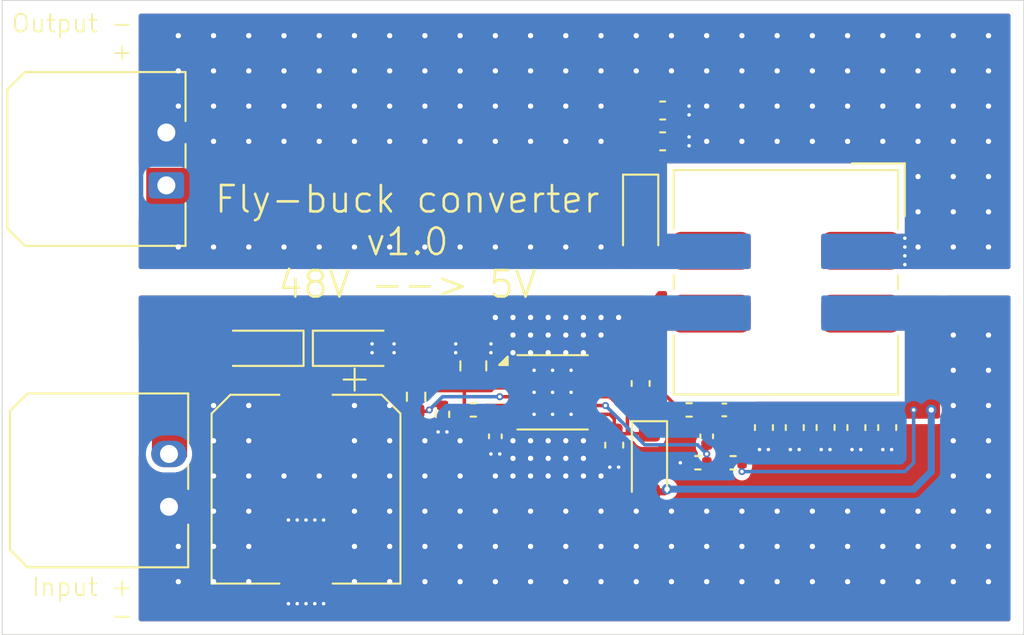
<source format=kicad_pcb>
(kicad_pcb (version 20240108) (generator "pcbnew") (generator_version "8.0")
  (title_block (title "Fly-buck converter") (date "2024-07-21") (rev "v1.0") (comment 1 "48V --> 5V"))
  (layers (0 "F.Cu" signal "layer1.Cu") (31 "B.Cu" signal "layer2.Cu") (34 "B.Paste" user) (35 "F.Paste" user) (36 "B.SilkS" user "B.Silkscreen") (37 "F.SilkS" user "F.Silkscreen") (38 "B.Mask" user) (39 "F.Mask" user) (44 "Edge.Cuts" user))
  (net 0 "")
  (net 1 "GND1")
  (net 2 "+5_1V")
  (net 3 "-BATT")
  (net 4 "Net-(D3-K)")
  (net 5 "+5V")
  (net 6 "Net-(C12-Pad1)")
  (net 7 "Net-(U1-FB)")
  (net 8 "Net-(U1-BST)")
  (net 9 "Net-(U1-SS)")
  (net 10 "Net-(D4-K)")
  (net 11 "Net-(D1-A)")
  (net 12 "+BATT")
  (net 13 "Net-(U1-RON)")
  (net 14 "Net-(U1-EN{slash}UVLO)")
  (net 15 "Net-(C14-Pad2)")
  (footprint "Capacitor_SMD:C_0402_1005Metric" (layer "F.Cu") (at 123 74.75 -90)
    (property "Reference" "C13" (hide yes))
    (property "Value" "15nF, 10V, 0402" (hide yes))
    (pad "1" smd roundrect (at -0.48 0 270) (size 0.56 0.62) (layers "F.Cu" "F.Paste" "F.Mask") (net 6 "Net-(C12-Pad1)"))
    (pad "2" smd roundrect (at 0.48 0 270) (size 0.56 0.62) (layers "F.Cu" "F.Paste" "F.Mask") (net 7 "Net-(U1-FB)"))
  )
  (footprint "Resistor_SMD:R_0402_1005Metric" (layer "F.Cu") (at 124.5 76.25 180)
    (property "Reference" "R1" (hide yes))
    (property "Value" "2.26K, 0.0625W, 0402" (hide yes))
    (pad "1" smd roundrect (at -0.51 0 180) (size 0.54 0.64) (layers "F.Cu" "F.Paste" "F.Mask") (net 5 "+5V"))
    (pad "2" smd roundrect (at 0.51 0 180) (size 0.54 0.64) (layers "F.Cu" "F.Paste" "F.Mask") (net 7 "Net-(U1-FB)"))
  )
  (footprint "Resistor_SMD:R_0603_1608Metric" (layer "F.Cu") (at 106.5 72.5 -90)
    (property "Reference" "R5" (hide yes))
    (property "Value" "133K, 0.100W, 0603" (hide yes))
    (pad "1" smd roundrect (at -0.825 0 270) (size 0.8 0.95) (layers "F.Cu" "F.Paste" "F.Mask") (net 10 "Net-(D4-K)"))
    (pad "2" smd roundrect (at 0.825 0 270) (size 0.8 0.95) (layers "F.Cu" "F.Paste" "F.Mask") (net 14 "Net-(U1-EN{slash}UVLO)"))
  )
  (footprint "Capacitor_SMD:C_0603_1608Metric" (layer "F.Cu") (at 126.25 74.25 -90)
    (property "Reference" "C10" (hide yes))
    (property "Value" "10uF, 25V, 0603" (hide yes))
    (pad "1" smd roundrect (at -0.775 0 270) (size 0.9 0.95) (layers "F.Cu" "F.Paste" "F.Mask") (net 5 "+5V"))
    (pad "2" smd roundrect (at 0.775 0 270) (size 0.9 0.95) (layers "F.Cu" "F.Paste" "F.Mask") (net 3 "-BATT"))
  )
  (footprint "Connector_Molex:Molex_Micro-Fit_3.0_43650-0200_1x02_P3.00mm_Horizontal" (layer "F.Cu") (at 92.47 78.75 90)
    (property "Reference" "J1" (hide yes))
    (property "Value" "Conn_01x02_Socket" (hide yes))
    (pad "" np_thru_hole circle (at 1.5 -4.32 90) (size 3 3) (drill 3) (layers "*.Cu" "*.Mask"))
    (pad "1" thru_hole roundrect (at 0 0 90) (size 1.5 2.02) (drill 1.02) (layers "*.Cu" "*.Mask") (roundrect_rratio 0.166667) (net 3 "-BATT"))
    (pad "2" thru_hole oval (at 3 0 90) (size 1.5 2.02) (drill 1.02) (layers "*.Cu" "*.Mask") (net 12 "+BATT"))
  )
  (footprint "Capacitor_SMD:C_0402_1005Metric" (layer "F.Cu") (at 124 73.25)
    (property "Reference" "C12" (hide yes))
    (property "Value" "3.9nF, 10V, 0402" (hide yes))
    (pad "1" smd roundrect (at -0.48 0) (size 0.56 0.62) (layers "F.Cu" "F.Paste" "F.Mask") (net 6 "Net-(C12-Pad1)"))
    (pad "2" smd roundrect (at 0.48 0) (size 0.56 0.62) (layers "F.Cu" "F.Paste" "F.Mask") (net 5 "+5V"))
  )
  (footprint "Capacitor_SMD:C_0603_1608Metric" (layer "F.Cu") (at 120.5 58)
    (property "Reference" "C2" (hide yes))
    (property "Value" "10uF, 25V, 0603" (hide yes))
    (pad "1" smd roundrect (at -0.775 0) (size 0.9 0.95) (layers "F.Cu" "F.Paste" "F.Mask") (net 2 "+5_1V"))
    (pad "2" smd roundrect (at 0.775 0) (size 0.9 0.95) (layers "F.Cu" "F.Paste" "F.Mask") (net 1 "GND1"))
  )
  (footprint "Resistor_SMD:R_0402_1005Metric" (layer "F.Cu") (at 122 73.25)
    (property "Reference" "R3" (hide yes))
    (property "Value" "75K, 0.0625W, 0402" (hide yes))
    (pad "1" smd roundrect (at -0.51 0) (size 0.54 0.64) (layers "F.Cu" "F.Paste" "F.Mask") (net 15 "Net-(C14-Pad2)"))
    (pad "2" smd roundrect (at 0.51 0) (size 0.54 0.64) (layers "F.Cu" "F.Paste" "F.Mask") (net 6 "Net-(C12-Pad1)"))
  )
  (footprint "Capacitor_SMD:C_0805_2012Metric" (layer "F.Cu") (at 109.75 70.75 90)
    (property "Reference" "C16" (hide yes))
    (property "Value" "1uF, 80V, 0805" (hide yes))
    (pad "1" smd roundrect (at -0.95 0 90) (size 1 1.45) (layers "F.Cu" "F.Paste" "F.Mask") (net 10 "Net-(D4-K)"))
    (pad "2" smd roundrect (at 0.95 0 90) (size 1 1.45) (layers "F.Cu" "F.Paste" "F.Mask") (net 3 "-BATT"))
  )
  (footprint "Capacitor_SMD:C_0603_1608Metric" (layer "F.Cu") (at 119.25 71.75 90)
    (property "Reference" "C14" (hide yes))
    (property "Value" "10nF, 25V, 0603" (hide yes))
    (pad "1" smd roundrect (at -0.775 0 90) (size 0.9 0.95) (layers "F.Cu" "F.Paste" "F.Mask") (net 8 "Net-(U1-BST)"))
    (pad "2" smd roundrect (at 0.775 0 90) (size 0.9 0.95) (layers "F.Cu" "F.Paste" "F.Mask") (net 15 "Net-(C14-Pad2)"))
  )
  (footprint "Package_SON:WSON-12-1EP_4x4mm_P0.5mm_EP2.6x3mm_ThermalVias" (layer "F.Cu") (at 114.25 72.25)
    (property "Reference" "U1" (hide yes))
    (property "Value" "LM5160" (hide yes))
    (pad "1" smd roundrect (at -1.9375 -1.25) (size 0.875 0.25) (layers "F.Cu" "F.Paste" "F.Mask") (net 3 "-BATT"))
    (pad "2" smd roundrect (at -1.9375 -0.75) (size 0.875 0.25) (layers "F.Cu" "F.Paste" "F.Mask") (net 3 "-BATT"))
    (pad "3" smd roundrect (at -1.9375 -0.25) (size 0.875 0.25) (layers "F.Cu" "F.Paste" "F.Mask") (net 10 "Net-(D4-K)"))
    (pad "4" smd roundrect (at -1.9375 0.25) (size 0.875 0.25) (layers "F.Cu" "F.Paste" "F.Mask") (net 14 "Net-(U1-EN{slash}UVLO)"))
    (pad "5" smd roundrect (at -1.9375 0.75) (size 0.875 0.25) (layers "F.Cu" "F.Paste" "F.Mask") (net 13 "Net-(U1-RON)"))
    (pad "6" smd roundrect (at -1.9375 1.25) (size 0.875 0.25) (layers "F.Cu" "F.Paste" "F.Mask") (net 9 "Net-(U1-SS)"))
    (pad "7" smd roundrect (at 1.9375 1.25) (size 0.875 0.25) (layers "F.Cu" "F.Paste" "F.Mask") (net 4 "Net-(D3-K)"))
    (pad "8" smd roundrect (at 1.9375 0.75) (size 0.875 0.25) (layers "F.Cu" "F.Paste" "F.Mask") (net 7 "Net-(U1-FB)"))
    (pad "9" smd roundrect (at 1.9375 0.25) (size 0.875 0.25) (layers "F.Cu" "F.Paste" "F.Mask") (net 4 "Net-(D3-K)"))
    (pad "10" smd roundrect (at 1.9375 -0.25) (size 0.875 0.25) (layers "F.Cu" "F.Paste" "F.Mask") (net 8 "Net-(U1-BST)"))
    (pad "11" smd roundrect (at 1.9375 -0.75) (size 0.875 0.25) (layers "F.Cu" "F.Paste" "F.Mask") (net 15 "Net-(C14-Pad2)"))
    (pad "12" smd roundrect (at 1.9375 -1.25) (size 0.875 0.25) (layers "F.Cu" "F.Paste" "F.Mask") (net 15 "Net-(C14-Pad2)"))
    (pad "13" thru_hole circle (at -1.05 -1.25) (size 0.5 0.5) (drill 0.2) (property pad_prop_heatsink) (layers "*.Cu") (net 3 "-BATT"))
    (pad "13" thru_hole circle (at -1.05 0) (size 0.5 0.5) (drill 0.2) (property pad_prop_heatsink) (layers "*.Cu") (net 3 "-BATT"))
    (pad "13" thru_hole circle (at -1.05 1.25) (size 0.5 0.5) (drill 0.2) (property pad_prop_heatsink) (layers "*.Cu") (net 3 "-BATT"))
    (pad "13" thru_hole circle (at 0 -1.25) (size 0.5 0.5) (drill 0.2) (property pad_prop_heatsink) (layers "*.Cu") (net 3 "-BATT"))
    (pad "13" thru_hole circle (at 0 0) (size 0.5 0.5) (drill 0.2) (property pad_prop_heatsink) (layers "*.Cu") (net 3 "-BATT"))
    (pad "13" smd rect (at 0 0) (size 2.6 3) (property pad_prop_heatsink) (layers "F.Cu" "F.Mask") (net 3 "-BATT"))
    (pad "13" smd rect (at 0 0) (size 2.6 3) (property pad_prop_heatsink) (layers "B.Cu") (net 3 "-BATT"))
    (pad "13" thru_hole circle (at 0 1.25) (size 0.5 0.5) (drill 0.2) (property pad_prop_heatsink) (layers "*.Cu") (net 3 "-BATT"))
    (pad "13" thru_hole circle (at 1.05 -1.25) (size 0.5 0.5) (drill 0.2) (property pad_prop_heatsink) (layers "*.Cu") (net 3 "-BATT"))
    (pad "13" thru_hole circle (at 1.05 0) (size 0.5 0.5) (drill 0.2) (property pad_prop_heatsink) (layers "*.Cu") (net 3 "-BATT"))
    (pad "13" thru_hole circle (at 1.05 1.25) (size 0.5 0.5) (drill 0.2) (property pad_prop_heatsink) (layers "*.Cu") (net 3 "-BATT"))
  )
  (footprint "Capacitor_SMD:C_0402_1005Metric" (layer "F.Cu") (at 111 74.75 -90)
    (property "Reference" "C15" (hide yes))
    (property "Value" "22nF, 10V, 0402" (hide yes))
    (pad "1" smd roundrect (at -0.48 0 270) (size 0.56 0.62) (layers "F.Cu" "F.Paste" "F.Mask") (net 9 "Net-(U1-SS)"))
    (pad "2" smd roundrect (at 0.48 0 270) (size 0.56 0.62) (layers "F.Cu" "F.Paste" "F.Mask") (net 3 "-BATT"))
  )
  (footprint "Diode_SMD:D_SOD-123" (layer "F.Cu") (at 119.25 62.25 -90)
    (property "Reference" "D1" (hide yes))
    (property "Value" "Vstandoff=60V, Vbreakdown=65V, Iforward=1A" (hide yes))
    (pad "1" smd roundrect (at -1.65 0 270) (size 0.9 1.2) (layers "F.Cu" "F.Paste" "F.Mask") (net 2 "+5_1V"))
    (pad "2" smd roundrect (at 1.65 0 270) (size 0.9 1.2) (layers "F.Cu" "F.Paste" "F.Mask") (net 11 "Net-(D1-A)"))
  )
  (footprint "Capacitor_SMD:C_0603_1608Metric" (layer "F.Cu") (at 131.5 74.25 -90)
    (property "Reference" "C7" (hide yes))
    (property "Value" "10uF, 25V, 0603" (hide yes))
    (pad "1" smd roundrect (at -0.775 0 270) (size 0.9 0.95) (layers "F.Cu" "F.Paste" "F.Mask") (net 5 "+5V"))
    (pad "2" smd roundrect (at 0.775 0 270) (size 0.9 0.95) (layers "F.Cu" "F.Paste" "F.Mask") (net 3 "-BATT"))
  )
  (footprint "Connector_Molex:Molex_Micro-Fit_3.0_43650-0200_1x02_P3.00mm_Horizontal" (layer "F.Cu") (at 92.32 60.5 90)
    (property "Reference" "J2" (hide yes))
    (property "Value" "Conn_01x02_Socket" (hide yes))
    (pad "" np_thru_hole circle (at 1.5 -4.32 90) (size 3 3) (drill 3) (layers "*.Cu" "*.Mask"))
    (pad "1" thru_hole roundrect (at 0 0 90) (size 1.5 2.02) (drill 1.02) (layers "*.Cu" "*.Mask") (roundrect_rratio 0.166667) (net 2 "+5_1V"))
    (pad "2" thru_hole oval (at 3 0 90) (size 1.5 2.02) (drill 1.02) (layers "*.Cu" "*.Mask") (net 1 "GND1"))
  )
  (footprint "Capacitor_SMD:C_0603_1608Metric" (layer "F.Cu") (at 117.75 75.25 -90)
    (property "Reference" "C5" (hide yes))
    (property "Value" "1uF, 25V, 0603" (hide yes))
    (pad "1" smd roundrect (at -0.775 0 270) (size 0.9 0.95) (layers "F.Cu" "F.Paste" "F.Mask") (net 4 "Net-(D3-K)"))
    (pad "2" smd roundrect (at 0.775 0 270) (size 0.9 0.95) (layers "F.Cu" "F.Paste" "F.Mask") (net 3 "-BATT"))
  )
  (footprint "Diode_SMD:D_SOD-123" (layer "F.Cu") (at 119.75 76.25 -90)
    (property "Reference" "D3" (hide yes))
    (property "Value" "Vstandoff=60V, Vbreakdown=65V, Iforward=0.1A" (hide yes))
    (pad "1" smd roundrect (at -1.65 0 270) (size 0.9 1.2) (layers "F.Cu" "F.Paste" "F.Mask") (net 4 "Net-(D3-K)"))
    (pad "2" smd roundrect (at 1.65 0 270) (size 0.9 1.2) (layers "F.Cu" "F.Paste" "F.Mask") (net 5 "+5V"))
  )
  (footprint "Capacitor_SMD:C_0603_1608Metric" (layer "F.Cu") (at 120.5 56.25)
    (property "Reference" "C1" (hide yes))
    (property "Value" "10uF, 25V, 0603" (hide yes))
    (pad "1" smd roundrect (at -0.775 0) (size 0.9 0.95) (layers "F.Cu" "F.Paste" "F.Mask") (net 2 "+5_1V"))
    (pad "2" smd roundrect (at 0.775 0) (size 0.9 0.95) (layers "F.Cu" "F.Paste" "F.Mask") (net 1 "GND1"))
  )
  (footprint "Capacitor_SMD:CP_Elec_10x10.5" (layer "F.Cu") (at 100.25 77.75 -90)
    (property "Reference" "C17" (hide yes))
    (property "Value" "22uF 75V" (hide yes))
    (pad "1" smd roundrect (at -4.2 0 270) (size 4.4 2.5) (layers "F.Cu" "F.Paste" "F.Mask") (roundrect_rratio 0.1) (net 10 "Net-(D4-K)"))
    (pad "2" smd roundrect (at 4.2 0 270) (size 4.4 2.5) (layers "F.Cu" "F.Paste" "F.Mask") (roundrect_rratio 0.1) (net 3 "-BATT"))
  )
  (footprint "Resistor_SMD:R_0402_1005Metric" (layer "F.Cu") (at 108 73.5 -90)
    (property "Reference" "R6" (hide yes))
    (property "Value" "12.1K, 0.100W, 0402" (hide yes))
    (pad "1" smd roundrect (at -0.51 0 270) (size 0.54 0.64) (layers "F.Cu" "F.Paste" "F.Mask") (net 14 "Net-(U1-EN{slash}UVLO)"))
    (pad "2" smd roundrect (at 0.51 0 270) (size 0.54 0.64) (layers "F.Cu" "F.Paste" "F.Mask") (net 3 "-BATT"))
  )
  (footprint "Capacitor_SMD:C_0603_1608Metric" (layer "F.Cu") (at 133.25 74.25 -90)
    (property "Reference" "C6" (hide yes))
    (property "Value" "10uF, 25V, 0603" (hide yes))
    (pad "1" smd roundrect (at -0.775 0 270) (size 0.9 0.95) (layers "F.Cu" "F.Paste" "F.Mask") (net 5 "+5V"))
    (pad "2" smd roundrect (at 0.775 0 270) (size 0.9 0.95) (layers "F.Cu" "F.Paste" "F.Mask") (net 3 "-BATT"))
  )
  (footprint "Diode_SMD:D_SOD-123" (layer "F.Cu") (at 97.75 69.75 180)
    (property "Reference" "D4" (hide yes))
    (property "Value" "Vstandoff=190V, Vbreakdown=200V, Iforward=1A" (hide yes))
    (pad "1" smd roundrect (at -1.65 0 180) (size 0.9 1.2) (layers "F.Cu" "F.Paste" "F.Mask") (net 10 "Net-(D4-K)"))
    (pad "2" smd roundrect (at 1.65 0 180) (size 0.9 1.2) (layers "F.Cu" "F.Paste" "F.Mask") (net 12 "+BATT"))
  )
  (footprint "Capacitor_SMD:C_0603_1608Metric" (layer "F.Cu") (at 128 74.25 -90)
    (property "Reference" "C9" (hide yes))
    (property "Value" "10uF, 25V, 0603" (hide yes))
    (pad "1" smd roundrect (at -0.775 0 270) (size 0.9 0.95) (layers "F.Cu" "F.Paste" "F.Mask") (net 5 "+5V"))
    (pad "2" smd roundrect (at 0.775 0 270) (size 0.9 0.95) (layers "F.Cu" "F.Paste" "F.Mask") (net 3 "-BATT"))
  )
  (footprint "Resistor_SMD:R_0402_1005Metric" (layer "F.Cu") (at 122.5 76.25 180)
    (property "Reference" "R2" (hide yes))
    (property "Value" "1.5K, 0.0625W, 0402" (hide yes))
    (pad "1" smd roundrect (at -0.51 0 180) (size 0.54 0.64) (layers "F.Cu" "F.Paste" "F.Mask") (net 7 "Net-(U1-FB)"))
    (pad "2" smd roundrect (at 0.51 0 180) (size 0.54 0.64) (layers "F.Cu" "F.Paste" "F.Mask") (net 3 "-BATT"))
  )
  (footprint "Capacitor_SMD:C_0603_1608Metric" (layer "F.Cu") (at 129.75 74.25 -90)
    (property "Reference" "C8" (hide yes))
    (property "Value" "10uF, 25V, 0603" (hide yes))
    (pad "1" smd roundrect (at -0.775 0 270) (size 0.9 0.95) (layers "F.Cu" "F.Paste" "F.Mask") (net 5 "+5V"))
    (pad "2" smd roundrect (at 0.775 0 270) (size 0.9 0.95) (layers "F.Cu" "F.Paste" "F.Mask") (net 3 "-BATT"))
  )
  (footprint "Inductor_SMD:L_Bourns_SRF1260" (layer "F.Cu") (at 127.5 66 -90)
    (property "Reference" "T1" (hide yes))
    (property "Value" "47uH, DCR=86mOhm" (hide yes))
    (pad "1" smd roundrect (at -1.785 4.25 90) (size 2.15 4.5) (layers "F.Cu" "F.Paste" "F.Mask") (net 11 "Net-(D1-A)"))
    (pad "2" smd roundrect (at 1.785 4.25 90) (size 2.15 4.5) (layers "F.Cu" "F.Paste" "F.Mask") (net 15 "Net-(C14-Pad2)"))
    (pad "3" smd roundrect (at -1.785 -4.25 90) (size 2.15 4.5) (layers "F.Cu" "F.Paste" "F.Mask") (net 1 "GND1"))
    (pad "4" smd roundrect (at 1.785 -4.25 90) (size 2.15 4.5) (layers "F.Cu" "F.Paste" "F.Mask") (net 5 "+5V"))
  )
  (footprint "Diode_SMD:D_SOD-123" (layer "F.Cu") (at 103 69.75)
    (property "Reference" "D5" (hide yes))
    (property "Value" "Vstandoff=60V, Vbreakdown=65V, Iforward=1A" (hide yes))
    (pad "1" smd roundrect (at -1.65 0) (size 0.9 1.2) (layers "F.Cu" "F.Paste" "F.Mask") (net 10 "Net-(D4-K)"))
    (pad "2" smd roundrect (at 1.65 0) (size 0.9 1.2) (layers "F.Cu" "F.Paste" "F.Mask") (net 3 "-BATT"))
  )
  (footprint "Resistor_SMD:R_0402_1005Metric" (layer "F.Cu") (at 109.75 73.25)
    (property "Reference" "R4" (hide yes))
    (property "Value" "205K, 0.100W, 0402" (hide yes))
    (pad "1" smd roundrect (at -0.51 0) (size 0.54 0.64) (layers "F.Cu" "F.Paste" "F.Mask") (net 10 "Net-(D4-K)"))
    (pad "2" smd roundrect (at 0.51 0) (size 0.54 0.64) (layers "F.Cu" "F.Paste" "F.Mask") (net 13 "Net-(U1-RON)"))
  )
  (gr_rect (start 83 50) (end 141 86) (stroke (width 0.05)) (fill none) (layer "Edge.Cuts"))
  (gr_text "Fly-buck converter\nv1.0\n48V --> 5V" (at 106 67 0) (layer "F.SilkS") (effects (font (size 1.5 1.5)) (justify bottom)))
  (gr_text "Output -\n+" (at 90.5 53.5 0) (layer "F.SilkS") (effects (font (size 1 1) (thickness 0.1)) (justify right bottom)))
  (gr_text "Input +\n-" (at 90.5 85.5 0) (layer "F.SilkS") (effects (font (size 1 1) (thickness 0.1)) (justify right bottom)))
  (via (at 97 64) (size 0.6) (drill 0.3) (layers "F.Cu" "B.Cu") (net 1))
  (via (at 109 58) (size 0.6) (drill 0.3) (layers "F.Cu" "B.Cu") (net 1))
  (via (at 111 58) (size 0.6) (drill 0.3) (layers "F.Cu" "B.Cu") (net 1))
  (via (at 103 52) (size 0.6) (drill 0.3) (layers "F.Cu" "B.Cu") (net 1))
  (via (at 137 60) (size 0.6) (drill 0.3) (layers "F.Cu" "B.Cu") (net 1))
  (via (at 139 64) (size 0.6) (drill 0.3) (layers "F.Cu" "B.Cu") (net 1))
  (via (at 139 54) (size 0.6) (drill 0.3) (layers "F.Cu" "B.Cu") (net 1))
  (via (at 122 56.5) (size 0.4) (drill 0.2) (layers "F.Cu" "B.Cu") (net 1))
  (via (at 103 58) (size 0.6) (drill 0.3) (layers "F.Cu" "B.Cu") (net 1))
  (via (at 111 54) (size 0.6) (drill 0.3) (layers "F.Cu" "B.Cu") (net 1))
  (via (at 135 64) (size 0.6) (drill 0.3) (layers "F.Cu" "B.Cu") (net 1))
  (via (at 133 52) (size 0.6) (drill 0.3) (layers "F.Cu" "B.Cu") (net 1))
  (via (at 122 57.75) (size 0.4) (drill 0.2) (layers "F.Cu" "B.Cu") (net 1))
  (via (at 99 54) (size 0.6) (drill 0.3) (layers "F.Cu" "B.Cu") (net 1))
  (via (at 115 64) (size 0.6) (drill 0.3) (layers "F.Cu" "B.Cu") (net 1))
  (via (at 117 56) (size 0.6) (drill 0.3) (layers "F.Cu" "B.Cu") (net 1))
  (via (at 131 52) (size 0.6) (drill 0.3) (layers "F.Cu" "B.Cu") (net 1))
  (via (at 105 54) (size 0.6) (drill 0.3) (layers "F.Cu" "B.Cu") (net 1))
  (via (at 121 52) (size 0.6) (drill 0.3) (layers "F.Cu" "B.Cu") (net 1))
  (via (at 101 56) (size 0.6) (drill 0.3) (layers "F.Cu" "B.Cu") (net 1))
  (via (at 117 54) (size 0.6) (drill 0.3) (layers "F.Cu" "B.Cu") (net 1))
  (via (at 97 56) (size 0.6) (drill 0.3) (layers "F.Cu" "B.Cu") (net 1))
  (via (at 115 58) (size 0.6) (drill 0.3) (layers "F.Cu" "B.Cu") (net 1))
  (via (at 97 52) (size 0.6) (drill 0.3) (layers "F.Cu" "B.Cu") (net 1))
  (via (at 135 52) (size 0.6) (drill 0.3) (layers "F.Cu" "B.Cu") (net 1))
  (via (at 107 58) (size 0.6) (drill 0.3) (layers "F.Cu" "B.Cu") (net 1))
  (via (at 105 58) (size 0.6) (drill 0.3) (layers "F.Cu" "B.Cu") (net 1))
  (via (at 111 56) (size 0.6) (drill 0.3) (layers "F.Cu" "B.Cu") (net 1))
  (via (at 95 54) (size 0.6) (drill 0.3) (layers "F.Cu" "B.Cu") (net 1))
  (via (at 117 64) (size 0.6) (drill 0.3) (layers "F.Cu" "B.Cu") (net 1))
  (via (at 129 56) (size 0.6) (drill 0.3) (layers "F.Cu" "B.Cu") (net 1))
  (via (at 99 64) (size 0.6) (drill 0.3) (layers "F.Cu" "B.Cu") (net 1))
  (via (at 93 56) (size 0.6) (drill 0.3) (layers "F.Cu" "B.Cu") (net 1))
  (via (at 97 54) (size 0.6) (drill 0.3) (layers "F.Cu" "B.Cu") (net 1))
  (via (at 131 56) (size 0.6) (drill 0.3) (layers "F.Cu" "B.Cu") (net 1))
  (via (at 125 52) (size 0.6) (drill 0.3) (layers "F.Cu" "B.Cu") (net 1))
  (via (at 125 54) (size 0.6) (drill 0.3) (layers "F.Cu" "B.Cu") (net 1))
  (via (at 105 52) (size 0.6) (drill 0.3) (layers "F.Cu" "B.Cu") (net 1))
  (via (at 122 58.25) (size 0.4) (drill 0.2) (layers "F.Cu" "B.Cu") (net 1))
  (via (at 127 58) (size 0.6) (drill 0.3) (layers "F.Cu" "B.Cu") (net 1))
  (via (at 93 64) (size 0.6) (drill 0.3) (layers "F.Cu" "B.Cu") (net 1))
  (via (at 109 64) (size 0.6) (drill 0.3) (layers "F.Cu" "B.Cu") (net 1))
  (via (at 101 52) (size 0.6) (drill 0.3) (layers "F.Cu" "B.Cu") (net 1))
  (via (at 109 54) (size 0.6) (drill 0.3) (layers "F.Cu" "B.Cu") (net 1))
  (via (at 134.25 64) (size 0.4) (drill 0.2) (layers "F.Cu" "B.Cu") (net 1))
  (via (at 93 52) (size 0.6) (drill 0.3) (layers "F.Cu" "B.Cu") (net 1))
  (via (at 129 52) (size 0.6) (drill 0.3) (layers "F.Cu" "B.Cu") (net 1))
  (via (at 137 56) (size 0.6) (drill 0.3) (layers "F.Cu" "B.Cu") (net 1))
  (via (at 131 58) (size 0.6) (drill 0.3) (layers "F.Cu" "B.Cu") (net 1))
  (via (at 123 54) (size 0.6) (drill 0.3) (layers "F.Cu" "B.Cu") (net 1))
  (via (at 95 58) (size 0.6) (drill 0.3) (layers "F.Cu" "B.Cu") (net 1))
  (via (at 137 54) (size 0.6) (drill 0.3) (layers "F.Cu" "B.Cu") (net 1))
  (via (at 127 54) (size 0.6) (drill 0.3) (layers "F.Cu" "B.Cu") (net 1))
  (via (at 95 52) (size 0.6) (drill 0.3) (layers "F.Cu" "B.Cu") (net 1))
  (via (at 123 56) (size 0.6) (drill 0.3) (layers "F.Cu" "B.Cu") (net 1))
  (via (at 113 54) (size 0.6) (drill 0.3) (layers "F.Cu" "B.Cu") (net 1))
  (via (at 111 52) (size 0.6) (drill 0.3) (layers "F.Cu" "B.Cu") (net 1))
  (via (at 133 54) (size 0.6) (drill 0.3) (layers "F.Cu" "B.Cu") (net 1))
  (via (at 101 64) (size 0.6) (drill 0.3) (layers "F.Cu" "B.Cu") (net 1))
  (via (at 103 56) (size 0.6) (drill 0.3) (layers "F.Cu" "B.Cu") (net 1))
  (via (at 131 54) (size 0.6) (drill 0.3) (layers "F.Cu" "B.Cu") (net 1))
  (via (at 119 54) (size 0.6) (drill 0.3) (layers "F.Cu" "B.Cu") (net 1))
  (via (at 135 60) (size 0.6) (drill 0.3) (layers "F.Cu" "B.Cu") (net 1))
  (via (at 103 64) (size 0.6) (drill 0.3) (layers "F.Cu" "B.Cu") (net 1))
  (via (at 107 64) (size 0.6) (drill 0.3) (layers "F.Cu" "B.Cu") (net 1))
  (via (at 115 56) (size 0.6) (drill 0.3) (layers "F.Cu" "B.Cu") (net 1))
  (via (at 101 58) (size 0.6) (drill 0.3) (layers "F.Cu" "B.Cu") (net 1))
  (via (at 97 58) (size 0.6) (drill 0.3) (layers "F.Cu" "B.Cu") (net 1))
  (via (at 139 52) (size 0.6) (drill 0.3) (layers "F.Cu" "B.Cu") (net 1))
  (via (at 123 58) (size 0.6) (drill 0.3) (layers "F.Cu" "B.Cu") (net 1))
  (via (at 139 62) (size 0.6) (drill 0.3) (layers "F.Cu" "B.Cu") (net 1))
  (via (at 125 56) (size 0.6) (drill 0.3) (layers "F.Cu" "B.Cu") (net 1))
  (via (at 115 52) (size 0.6) (drill 0.3) (layers "F.Cu" "B.Cu") (net 1))
  (via (at 107 56) (size 0.6) (drill 0.3) (layers "F.Cu" "B.Cu") (net 1))
  (via (at 127 52) (size 0.6) (drill 0.3) (layers "F.Cu" "B.Cu") (net 1))
  (via (at 95 64) (size 0.6) (drill 0.3) (layers "F.Cu" "B.Cu") (net 1))
  (via (at 135 58) (size 0.6) (drill 0.3) (layers "F.Cu" "B.Cu") (net 1))
  (via (at 117 58) (size 0.6) (drill 0.3) (layers "F.Cu" "B.Cu") (net 1))
  (via (at 107 54) (size 0.6) (drill 0.3) (layers "F.Cu" "B.Cu") (net 1))
  (via (at 137 52) (size 0.6) (drill 0.3) (layers "F.Cu" "B.Cu") (net 1))
  (via (at 139 60) (size 0.6) (drill 0.3) (layers "F.Cu" "B.Cu") (net 1))
  (via (at 135 56) (size 0.6) (drill 0.3) (layers "F.Cu" "B.Cu") (net 1))
  (via (at 139 56) (size 0.6) (drill 0.3) (layers "F.Cu" "B.Cu") (net 1))
  (via (at 99 56) (size 0.6) (drill 0.3) (layers "F.Cu" "B.Cu") (net 1))
  (via (at 113 64) (size 0.6) (drill 0.3) (layers "F.Cu" "B.Cu") (net 1))
  (via (at 123 52) (size 0.6) (drill 0.3) (layers "F.Cu" "B.Cu") (net 1))
  (via (at 137 64) (size 0.6) (drill 0.3) (layers "F.Cu" "B.Cu") (net 1))
  (via (at 113 58) (size 0.6) (drill 0.3) (layers "F.Cu" "B.Cu") (net 1))
  (via (at 137 62) (size 0.6) (drill 0.3) (layers "F.Cu" "B.Cu") (net 1))
  (via (at 115 54) (size 0.6) (drill 0.3) (layers "F.Cu" "B.Cu") (net 1))
  (via (at 134.25 64.5) (size 0.4) (drill 0.2) (layers "F.Cu" "B.Cu") (net 1))
  (via (at 95 56) (size 0.6) (drill 0.3) (layers "F.Cu" "B.Cu") (net 1))
  (via (at 93 54) (size 0.6) (drill 0.3) (layers "F.Cu" "B.Cu") (net 1))
  (via (at 101 54) (size 0.6) (drill 0.3) (layers "F.Cu" "B.Cu") (net 1))
  (via (at 111 64) (size 0.6) (drill 0.3) (layers "F.Cu" "B.Cu") (net 1))
  (via (at 99 58) (size 0.6) (drill 0.3) (layers "F.Cu" "B.Cu") (net 1))
  (via (at 119 52) (size 0.6) (drill 0.3) (layers "F.Cu" "B.Cu") (net 1))
  (via (at 109 56) (size 0.6) (drill 0.3) (layers "F.Cu" "B.Cu") (net 1))
  (via (at 127 56) (size 0.6) (drill 0.3) (layers "F.Cu" "B.Cu") (net 1))
  (via (at 107 52) (size 0.6) (drill 0.3) (layers "F.Cu" "B.Cu") (net 1))
  (via (at 133 58) (size 0.6) (drill 0.3) (layers "F.Cu" "B.Cu") (net 1))
  (via (at 105 56) (size 0.6) (drill 0.3) (layers "F.Cu" "B.Cu") (net 1))
  (via (at 122 56) (size 0.4) (drill 0.2) (layers "F.Cu" "B.Cu") (net 1))
  (via (at 134.25 65) (size 0.4) (drill 0.2) (layers "F.Cu" "B.Cu") (net 1))
  (via (at 125 58) (size 0.6) (drill 0.3) (layers "F.Cu" "B.Cu") (net 1))
  (via (at 117 52) (size 0.6) (drill 0.3) (layers "F.Cu" "B.Cu") (net 1))
  (via (at 113 56) (size 0.6) (drill 0.3) (layers "F.Cu" "B.Cu") (net 1))
  (via (at 121 54) (size 0.6) (drill 0.3) (layers "F.Cu" "B.Cu") (net 1))
  (via (at 135 54) (size 0.6) (drill 0.3) (layers "F.Cu" "B.Cu") (net 1))
  (via (at 109 52) (size 0.6) (drill 0.3) (layers "F.Cu" "B.Cu") (net 1))
  (via (at 113 52) (size 0.6) (drill 0.3) (layers "F.Cu" "B.Cu") (net 1))
  (via (at 135 62) (size 0.6) (drill 0.3) (layers "F.Cu" "B.Cu") (net 1))
  (via (at 105 64) (size 0.6) (drill 0.3) (layers "F.Cu" "B.Cu") (net 1))
  (via (at 103 54) (size 0.6) (drill 0.3) (layers "F.Cu" "B.Cu") (net 1))
  (via (at 134.25 63.5) (size 0.4) (drill 0.2) (layers "F.Cu" "B.Cu") (net 1))
  (via (at 99 52) (size 0.6) (drill 0.3) (layers "F.Cu" "B.Cu") (net 1))
  (via (at 137 58) (size 0.6) (drill 0.3) (layers "F.Cu" "B.Cu") (net 1))
  (via (at 129 54) (size 0.6) (drill 0.3) (layers "F.Cu" "B.Cu") (net 1))
  (via (at 129 58) (size 0.6) (drill 0.3) (layers "F.Cu" "B.Cu") (net 1))
  (via (at 133 56) (size 0.6) (drill 0.3) (layers "F.Cu" "B.Cu") (net 1))
  (via (at 139 58) (size 0.6) (drill 0.3) (layers "F.Cu" "B.Cu") (net 1))
  (via (at 137 69) (size 0.6) (drill 0.3) (layers "F.Cu" "B.Cu") (net 3))
  (via (at 115 70) (size 0.6) (drill 0.3) (layers "F.Cu" "B.Cu") (net 3))
  (via (at 105.25 70) (size 0.4) (drill 0.2) (layers "F.Cu" "B.Cu") (net 3))
  (via (at 135 81) (size 0.6) (drill 0.3) (layers "F.Cu" "B.Cu") (net 3))
  (via (at 107 79) (size 0.6) (drill 0.3) (layers "F.Cu" "B.Cu") (net 3))
  (via (at 108.25 74.5) (size 0.4) (drill 0.2) (layers "F.Cu" "B.Cu") (net 3))
  (via (at 115 68) (size 0.6) (drill 0.3) (layers "F.Cu" "B.Cu") (net 3))
  (via (at 100.25 84.25) (size 0.4) (drill 0.2) (layers "F.Cu" "B.Cu") (net 3))
  (via (at 123 81) (size 0.6) (drill 0.3) (layers "F.Cu" "B.Cu") (net 3))
  (via (at 112 75) (size 0.6) (drill 0.3) (layers "F.Cu" "B.Cu") (net 3))
  (via (at 129.5 75.5) (size 0.4) (drill 0.2) (layers "F.Cu" "B.Cu") (net 3))
  (via (at 129 83) (size 0.6) (drill 0.3) (layers "F.Cu" "B.Cu") (net 3))
  (via (at 126.5 75.5) (size 0.4) (drill 0.2) (layers "F.Cu" "B.Cu") (net 3))
  (via (at 95 81) (size 0.6) (drill 0.3) (layers "F.Cu" "B.Cu") (net 3))
  (via (at 127.75 75.5) (size 0.4) (drill 0.2) (layers "F.Cu" "B.Cu") (net 3))
  (via (at 131.75 75.5) (size 0.4) (drill 0.2) (layers "F.Cu" "B.Cu") (net 3))
  (via (at 115 75) (size 0.6) (drill 0.3) (layers "F.Cu" "B.Cu") (net 3))
  (via (at 114 69) (size 0.6) (drill 0.3) (layers "F.Cu" "B.Cu") (net 3))
  (via (at 116 69) (size 0.6) (drill 0.3) (layers "F.Cu" "B.Cu") (net 3))
  (via (at 113 69) (size 0.6) (drill 0.3) (layers "F.Cu" "B.Cu") (net 3))
  (via (at 99.75 79.5) (size 0.4) (drill 0.2) (layers "F.Cu" "B.Cu") (net 3))
  (via (at 108.75 69.5) (size 0.4) (drill 0.2) (layers "F.Cu" "B.Cu") (net 3))
  (via (at 109 81) (size 0.6) (drill 0.3) (layers "F.Cu" "B.Cu") (net 3))
  (via (at 125 81) (size 0.6) (drill 0.3) (layers "F.Cu" "B.Cu") (net 3))
  (via (at 109 79) (size 0.6) (drill 0.3) (layers "F.Cu" "B.Cu") (net 3))
  (via (at 105 83) (size 0.6) (drill 0.3) (layers "F.Cu" "B.Cu") (net 3))
  (via (at 131 79) (size 0.6) (drill 0.3) (layers "F.Cu" "B.Cu") (net 3))
  (via (at 107 75) (size 0.6) (drill 0.3) (layers "F.Cu" "B.Cu") (net 3))
  (via (at 114 77) (size 0.6) (drill 0.3) (layers "F.Cu" "B.Cu") (net 3))
  (via (at 121 81) (size 0.6) (drill 0.3) (layers "F.Cu" "B.Cu") (net 3))
  (via (at 95 79) (size 0.6) (drill 0.3) (layers "F.Cu" "B.Cu") (net 3))
  (via (at 139 71) (size 0.6) (drill 0.3) (layers "F.Cu" "B.Cu") (net 3))
  (via (at 101.25 79.5) (size 0.4) (drill 0.2) (layers "F.Cu" "B.Cu") (net 3))
  (via (at 117 69) (size 0.6) (drill 0.3) (layers "F.Cu" "B.Cu") (net 3))
  (via (at 97 79) (size 0.6) (drill 0.3) (layers "F.Cu" "B.Cu") (net 3))
  (via (at 115 69) (size 0.6) (drill 0.3) (layers "F.Cu" "B.Cu") (net 3))
  (via (at 129 79) (size 0.6) (drill 0.3) (layers "F.Cu" "B.Cu") (net 3))
  (via (at 137 73) (size 0.6) (drill 0.3) (layers "F.Cu" "B.Cu") (net 3))
  (via (at 111 83) (size 0.6) (drill 0.3) (layers "F.Cu" "B.Cu") (net 3))
  (via (at 109 75) (size 0.6) (drill 0.3) (layers "F.Cu" "B.Cu") (net 3))
  (via (at 137 71) (size 0.6) (drill 0.3) (layers "F.Cu" "B.Cu") (net 3))
  (via (at 110.75 75.75) (size 0.4) (drill 0.2) (layers "F.Cu" "B.Cu") (net 3))
  (via (at 114 70) (size 0.6) (drill 0.3) (layers "F.Cu" "B.Cu") (net 3))
  (via (at 135 79) (size 0.6) (drill 0.3) (layers "F.Cu" "B.Cu") (net 3))
  (via (at 111 77) (size 0.6) (drill 0.3) (layers "F.Cu" "B.Cu") (net 3))
  (via (at 113 68) (size 0.6) (drill 0.3) (layers "F.Cu" "B.Cu") (net 3))
  (via (at 133.5 75.5) (size 0.4) (drill 0.2) (layers "F.Cu" "B.Cu") (net 3))
  (via (at 112 68) (size 0.6) (drill 0.3) (layers "F.Cu" "B.Cu") (net 3))
  (via (at 97 75) (size 0.6) (drill 0.3) (layers "F.Cu" "B.Cu") (net 3))
  (via (at 110.75 70) (size 0.4) (drill 0.2) (layers "F.Cu" "B.Cu") (net 3))
  (via (at 107 83) (size 0.6) (drill 0.3) (layers "F.Cu" "B.Cu") (net 3))
  (via (at 115 77) (size 0.6) (drill 0.3) (layers "F.Cu" "B.Cu") (net 3))
  (via (at 133 83) (size 0.6) (drill 0.3) (layers "F.Cu" "B.Cu") (net 3))
  (via (at 93 81) (size 0.6) (drill 0.3) (layers "F.Cu" "B.Cu") (net 3))
  (via (at 95 77) (size 0.6) (drill 0.3) (layers "F.Cu" "B.Cu") (net 3))
  (via (at 125 79) (size 0.6) (drill 0.3) (layers "F.Cu" "B.Cu") (net 3))
  (via (at 105 77) (size 0.6) (drill 0.3) (layers "F.Cu" "B.Cu") (net 3))
  (via (at 111 68) (size 0.6) (drill 0.3) (layers "F.Cu" "B.Cu") (net 3))
  (via (at 109 83) (size 0.6) (drill 0.3) (layers "F.Cu" "B.Cu") (net 3))
  (via (at 116 68) (size 0.6) (drill 0.3) (layers "F.Cu" "B.Cu") (net 3))
  (via (at 121.5 76.25) (size 0.4) (drill 0.2) (layers "F.Cu" "B.Cu") (net 3))
  (via (at 123 83) (size 0.6) (drill 0.3) (layers "F.Cu" "B.Cu") (net 3))
  (via (at 117.5 76.5) (size 0.4) (drill 0.2) (layers "F.Cu" "B.Cu") (net 3))
  (via (at 104 69.5) (size 0.4) (drill 0.2) (layers "F.Cu" "B.Cu") (net 3))
  (via (at 116 75) (size 0.6) (drill 0.3) (layers "F.Cu" "B.Cu") (net 3))
  (via (at 137 79) (size 0.6) (drill 0.3) (layers "F.Cu" "B.Cu") (net 3))
  (via (at 139 73) (size 0.6) (drill 0.3) (layers "F.Cu" "B.Cu") (net 3))
  (via (at 117 79) (size 0.6) (drill 0.3) (layers "F.Cu" "B.Cu") (net 3))
  (via (at 115 79) (size 0.6) (drill 0.3) (layers "F.Cu" "B.Cu") (net 3))
  (via (at 121 79) (size 0.6) (drill 0.3) (layers "F.Cu" "B.Cu") (net 3))
  (via (at 113 75) (size 0.6) (drill 0.3) (layers "F.Cu" "B.Cu") (net 3))
  (via (at 111 79) (size 0.6) (drill 0.3) (layers "F.Cu" "B.Cu") (net 3))
  (via (at 114 75) (size 0.6) (drill 0.3) (layers "F.Cu" "B.Cu") (net 3))
  (via (at 99.25 79.5) (size 0.4) (drill 0.2) (layers "F.Cu" "B.Cu") (net 3))
  (via (at 133 79) (size 0.6) (drill 0.3) (layers "F.Cu" "B.Cu") (net 3))
  (via (at 139 69) (size 0.6) (drill 0.3) (layers "F.Cu" "B.Cu") (net 3))
  (via (at 133 75.5) (size 0.4) (drill 0.2) (layers "F.Cu" "B.Cu") (net 3))
  (via (at 99.75 84.25) (size 0.4) (drill 0.2) (layers "F.Cu" "B.Cu") (net 3))
  (via (at 131 83) (size 0.6) (drill 0.3) (layers "F.Cu" "B.Cu") (net 3))
  (via (at 103 77) (size 0.6) (drill 0.3) (layers "F.Cu" "B.Cu") (net 3))
  (via (at 93 83) (size 0.6) (drill 0.3) (layers "F.Cu" "B.Cu") (net 3))
  (via (at 127 79) (size 0.6) (drill 0.3) (layers "F.Cu" "B.Cu") (net 3))
  (via (at 117 77) (size 0.6) (drill 0.3) (layers "F.Cu" "B.Cu") (net 3))
  (via (at 128.25 75.5) (size 0.4) (drill 0.2) (layers "F.Cu" "B.Cu") (net 3))
  (via (at 103 75) (size 0.6) (drill 0.3) (layers "F.Cu" "B.Cu") (net 3))
  (via (at 97 83) (size 0.6) (drill 0.3) (layers "F.Cu" "B.Cu") (net 3))
  (via (at 95 75) (size 0.6) (drill 0.3) (layers "F.Cu" "B.Cu") (net 3))
  (via (at 113 77) (size 0.6) (drill 0.3) (layers "F.Cu" "B.Cu") (net 3))
  (via (at 99 77) (size 0.6) (drill 0.3) (layers "F.Cu" "B.Cu") (net 3))
  (via (at 103 79) (size 0.6) (drill 0.3) (layers "F.Cu" "B.Cu") (net 3))
  (via (at 113 79) (size 0.6) (drill 0.3) (layers "F.Cu" "B.Cu") (net 3))
  (via (at 137 75) (size 0.6) (drill 0.3) (layers "F.Cu" "B.Cu") (net 3))
  (via (at 111 81) (size 0.6) (drill 0.3) (layers "F.Cu" "B.Cu") (net 3))
  (via (at 103 83) (size 0.6) (drill 0.3) (layers "F.Cu" "B.Cu") (net 3))
  (via (at 139 81) (size 0.6) (drill 0.3) (layers "F.Cu" "B.Cu") (net 3))
  (via (at 127 81) (size 0.6) (drill 0.3) (layers "F.Cu" "B.Cu") (net 3))
  (via (at 137 81) (size 0.6) (drill 0.3) (layers "F.Cu" "B.Cu") (net 3))
  (via (at 115 83) (size 0.6) (drill 0.3) (layers "F.Cu" "B.Cu") (net 3))
  (via (at 131 81) (size 0.6) (drill 0.3) (layers "F.Cu" "B.Cu") (net 3))
  (via (at 100.75 84.25) (size 0.4) (drill 0.2) (layers "F.Cu" "B.Cu") (net 3))
  (via (at 100.25 79.5) (size 0.4) (drill 0.2) (layers "F.Cu" "B.Cu") (net 3))
  (via (at 116 70) (size 0.6) (drill 0.3) (layers "F.Cu" "B.Cu") (net 3))
  (via (at 112 77) (size 0.6) (drill 0.3) (layers "F.Cu" "B.Cu") (net 3))
  (via (at 101.25 84.25) (size 0.4) (drill 0.2) (layers "F.Cu" "B.Cu") (net 3))
  (via (at 117 83) (size 0.6) (drill 0.3) (layers "F.Cu" "B.Cu") (net 3))
  (via (at 101 77) (size 0.6) (drill 0.3) (layers "F.Cu" "B.Cu") (net 3))
  (via (at 103 73) (size 0.6) (drill 0.3) (layers "F.Cu" "B.Cu") (net 3))
  (via (at 127 83) (size 0.6) (drill 0.3) (layers "F.Cu" "B.Cu") (net 3))
  (via (at 113 81) (size 0.6) (drill 0.3) (layers "F.Cu" "B.Cu") (net 3))
  (via (at 95 83) (size 0.6) (drill 0.3) (layers "F.Cu" "B.Cu") (net 3))
  (via (at 119 83) (size 0.6) (drill 0.3) (layers "F.Cu" "B.Cu") (net 3))
  (via (at 117 68) (size 0.6) (drill 0.3) (layers "F.Cu" "B.Cu") (net 3))
  (via (at 105 81) (size 0.6) (drill 0.3) (layers "F.Cu" "B.Cu") (net 3))
  (via (at 111.25 75.75) (size 0.4) (drill 0.2) (layers "F.Cu" "B.Cu") (net 3))
  (via (at 118 76.5) (size 0.4) (drill 0.2) (layers "F.Cu" "B.Cu") (net 3))
  (via (at 107.75 74.5) (size 0.4) (drill 0.2) (layers "F.Cu" "B.Cu") (net 3))
  (via (at 105 73) (size 0.6) (drill 0.3) (layers "F.Cu" "B.Cu") (net 3))
  (via (at 123 79) (size 0.6) (drill 0.3) (layers "F.Cu" "B.Cu") (net 3))
  (via (at 133 81) (size 0.6) (drill 0.3) (layers "F.Cu" "B.Cu") (net 3))
  (via (at 130 75.5) (size 0.4) (drill 0.2) (layers "F.Cu" "B.Cu") (net 3))
  (via (at 129 81) (size 0.6) (drill 0.3) (layers "F.Cu" "B.Cu") (net 3))
  (via (at 115 76) (size 0.6) (drill 0.3) (layers "F.Cu" "B.Cu") (net 3))
  (via (at 126 75.5) (size 0.4) (drill 0.2) (layers "F.Cu" "B.Cu") (net 3))
  (via (at 112 76) (size 0.6) (drill 0.3) (layers "F.Cu" "B.Cu") (net 3))
  (via (at 116 77) (size 0.6) (drill 0.3) (layers "F.Cu" "B.Cu") (net 3))
  (via (at 105 75) (size 0.6) (drill 0.3) (layers "F.Cu" "B.Cu") (net 3))
  (via (at 97 73) (size 0.6) (drill 0.3) (layers "F.Cu" "B.Cu") (net 3))
  (via (at 131.25 75.5) (size 0.4) (drill 0.2) (layers "F.Cu" "B.Cu") (net 3))
  (via (at 108.75 70) (size 0.4) (drill 0.2) (layers "F.Cu" "B.Cu") (net 3))
  (via (at 119 79) (size 0.6) (drill 0.3) (layers "F.Cu" "B.Cu") (net 3))
  (via (at 107 77) (size 0.6) (drill 0.3) (layers "F.Cu" "B.Cu") (net 3))
  (via (at 139 79) (size 0.6) (drill 0.3) (layers "F.Cu" "B.Cu") (net 3))
  (via (at 113 76) (size 0.6) (drill 0.3) (layers "F.Cu" "B.Cu") (net 3))
  (via (at 97 77) (size 0.6) (drill 0.3) (layers "F.Cu" "B.Cu") (net 3))
  (via (at 107 81) (size 0.6) (drill 0.3) (layers "F.Cu" "B.Cu") (net 3))
  (via (at 105.25 69.5) (size 0.4) (drill 0.2) (layers "F.Cu" "B.Cu") (net 3))
  (via (at 103 81) (size 0.6) (drill 0.3) (layers "F.Cu" "B.Cu") (net 3))
  (via (at 125 83) (size 0.6) (drill 0.3) (layers "F.Cu" "B.Cu") (net 3))
  (via (at 100.75 79.5) (size 0.4) (drill 0.2) (layers "F.Cu" "B.Cu") (net 3))
  (via (at 112 70) (size 0.6) (drill 0.3) (layers "F.Cu" "B.Cu") (net 3))
  (via (at 114 76) (size 0.6) (drill 0.3) (layers "F.Cu" "B.Cu") (net 3))
  (via (at 95 73) (size 0.6) (drill 0.3) (layers "F.Cu" "B.Cu") (net 3))
  (via (at 105 79) (size 0.6) (drill 0.3) (layers "F.Cu" "B.Cu") (net 3))
  (via (at 115 81) (size 0.6) (drill 0.3) (layers "F.Cu" "B.Cu") (net 3))
  (via (at 117 81) (size 0.6) (drill 0.3) (layers "F.Cu" "B.Cu") (net 3))
  (via (at 113 70) (size 0.6) (drill 0.3) (layers "F.Cu" "B.Cu") (net 3))
  (via (at 114 68) (size 0.6) (drill 0.3) (layers "F.Cu" "B.Cu") (net 3))
  (via (at 139 75) (size 0.6) (drill 0.3) (layers "F.Cu" "B.Cu") (net 3))
  (via (at 135 83) (size 0.6) (drill 0.3) (layers "F.Cu" "B.Cu") (net 3))
  (via (at 121 83) (size 0.6) (drill 0.3) (layers "F.Cu" "B.Cu") (net 3))
  (via (at 137 77) (size 0.6) (drill 0.3) (layers "F.Cu" "B.Cu") (net 3))
  (via (at 118 68) (size 0.6) (drill 0.3) (layers "F.Cu" "B.Cu") (net 3))
  (via (at 137 83) (size 0.6) (drill 0.3) (layers "F.Cu" "B.Cu") (net 3))
  (via (at 104 70) (size 0.4) (drill 0.2) (layers "F.Cu" "B.Cu") (net 3))
  (via (at 112 69) (size 0.6) (drill 0.3) (layers "F.Cu" "B.Cu") (net 3))
  (via (at 119 81) (size 0.6) (drill 0.3) (layers "F.Cu" "B.Cu") (net 3))
  (via (at 97 81) (size 0.6) (drill 0.3) (layers "F.Cu" "B.Cu") (net 3))
  (via (at 116 76) (size 0.6) (drill 0.3) (layers "F.Cu" "B.Cu") (net 3))
  (via (at 139 83) (size 0.6) (drill 0.3) (layers "F.Cu" "B.Cu") (net 3))
  (via (at 110.75 69.5) (size 0.4) (drill 0.2) (layers "F.Cu" "B.Cu") (net 3))
  (via (at 109 77) (size 0.6) (drill 0.3) (layers "F.Cu" "B.Cu") (net 3))
  (via (at 113 83) (size 0.6) (drill 0.3) (layers "F.Cu" "B.Cu") (net 3))
  (via (at 139 77) (size 0.6) (drill 0.3) (layers "F.Cu" "B.Cu") (net 3))
  (via (at 99.25 84.25) (size 0.4) (drill 0.2) (layers "F.Cu" "B.Cu") (net 3))
  (segment (start 118.5 73.5) (end 118.5 74.6) (width 0.2) (layer "F.Cu") (net 4))
  (segment (start 116.1875 72.5) (end 117.5 72.5) (width 0.2) (layer "F.Cu") (net 4))
  (segment (start 118.5 74.6) (end 117.875 74.6) (width 0.2) (layer "F.Cu") (net 4))
  (segment (start 117.5 73.5) (end 117.75 73.75) (width 0.2) (layer "F.Cu") (net 4))
  (segment (start 117.75 73.75) (end 117.75 74.475) (width 0.2) (layer "F.Cu") (net 4))
  (segment (start 119.75 74.6) (end 118.5 74.6) (width 0.2) (layer "F.Cu") (net 4))
  (segment (start 117.5 72.5) (end 118.5 73.5) (width 0.2) (layer "F.Cu") (net 4))
  (segment (start 116.1875 73.5) (end 117.5 73.5) (width 0.2) (layer "F.Cu") (net 4))
  (segment (start 117.875 74.6) (end 117.75 74.475) (width 0.2) (layer "F.Cu") (net 4))
  (segment (start 126.25 73.475) (end 124.705 73.475) (width 0.2) (layer "F.Cu") (net 5))
  (segment (start 119.75 77.9) (end 120.6 77.9) (width 0.4) (layer "F.Cu") (net 5))
  (segment (start 124.705 73.475) (end 124.48 73.25) (width 0.2) (layer "F.Cu") (net 5))
  (segment (start 124.5 73.27) (end 124.48 73.25) (width 0.2) (layer "F.Cu") (net 5))
  (segment (start 125.01 76.74) (end 125 76.75) (width 0.2) (layer "F.Cu") (net 5))
  (segment (start 125.01 76.25) (end 125.01 76.74) (width 0.2) (layer "F.Cu") (net 5))
  (segment (start 120.6 77.9) (end 120.75 77.75) (width 0.4) (layer "F.Cu") (net 5))
  (via (at 134.75 73.25) (size 0.4) (drill 0.2) (layers "F.Cu" "B.Cu") (net 5))
  (via (at 120.75 77.75) (size 0.6) (drill 0.3) (layers "F.Cu" "B.Cu") (net 5))
  (via (at 135.75 73.25) (size 0.6) (drill 0.3) (layers "F.Cu" "B.Cu") (net 5))
  (via (at 125 76.75) (size 0.4) (drill 0.2) (layers "F.Cu" "B.Cu") (net 5))
  (segment (start 125 76.75) (end 134.25 76.75) (width 0.2) (layer "B.Cu") (net 5))
  (segment (start 134.75 76.25) (end 134.75 73.25) (width 0.2) (layer "B.Cu") (net 5))
  (segment (start 135.75 73.25) (end 135.75 76.75) (width 0.4) (layer "B.Cu") (net 5))
  (segment (start 134.75 77.75) (end 120.75 77.75) (width 0.4) (layer "B.Cu") (net 5))
  (segment (start 135.75 76.75) (end 134.75 77.75) (width 0.4) (layer "B.Cu") (net 5))
  (segment (start 134.25 76.75) (end 134.75 76.25) (width 0.2) (layer "B.Cu") (net 5))
  (segment (start 123 76.24) (end 123 75.23) (width 0.2) (layer "F.Cu") (net 7))
  (segment (start 116.1875 73) (end 117.25 73) (width 0.2) (layer "F.Cu") (net 7))
  (segment (start 123.99 76.25) (end 123.01 76.25) (width 0.2) (layer "F.Cu") (net 7))
  (segment (start 123 75.75) (end 123 75.23) (width 0.2) (layer "F.Cu") (net 7))
  (segment (start 123.01 76.25) (end 123 76.24) (width 0.2) (layer "F.Cu") (net 7))
  (via (at 123 75.75) (size 0.4) (drill 0.2) (layers "F.Cu" "B.Cu") (net 7))
  (via (at 117.25 73) (size 0.4) (drill 0.2) (layers "F.Cu" "B.Cu") (net 7))
  (segment (start 119.48 75.23) (end 117.25 73) (width 0.2) (layer "B.Cu") (net 7))
  (segment (start 123 75.75) (end 122.48 75.23) (width 0.2) (layer "B.Cu") (net 7))
  (segment (start 122.48 75.23) (end 119.48 75.23) (width 0.2) (layer "B.Cu") (net 7))
  (segment (start 116.1875 72) (end 117.75 72) (width 0.2) (layer "F.Cu") (net 8))
  (segment (start 118.275 72.525) (end 119.25 72.525) (width 0.2) (layer "F.Cu") (net 8))
  (segment (start 117.75 72) (end 118.275 72.525) (width 0.2) (layer "F.Cu") (net 8))
  (segment (start 112.3125 73.5) (end 111.25 73.5) (width 0.2) (layer "F.Cu") (net 9))
  (segment (start 111.25 73.5) (end 111 73.75) (width 0.2) (layer "F.Cu") (net 9))
  (segment (start 111 73.75) (end 111 74.27) (width 0.2) (layer "F.Cu") (net 9))
  (segment (start 109.24 72.21) (end 109.75 71.7) (width 0.2) (layer "F.Cu") (net 10))
  (segment (start 110.51 72) (end 110.5 71.99) (width 0.2) (layer "F.Cu") (net 10))
  (segment (start 112.3125 72) (end 110.51 72) (width 0.2) (layer "F.Cu") (net 10))
  (segment (start 109.24 73.25) (end 109.24 72.21) (width 0.2) (layer "F.Cu") (net 10))
  (segment (start 110.26 73.24) (end 110.26 73.25) (width 0.2) (layer "F.Cu") (net 13))
  (segment (start 112.3125 73) (end 110.5 73) (width 0.2) (layer "F.Cu") (net 13))
  (segment (start 110.5 73) (end 110.26 73.24) (width 0.2) (layer "F.Cu") (net 13))
  (segment (start 112.3125 72.5) (end 111.25 72.5) (width 0.2) (layer "F.Cu") (net 14))
  (segment (start 107.25 73.25) (end 107.175 73.325) (width 0.2) (layer "F.Cu") (net 14))
  (segment (start 108 72.99) (end 107.51 72.99) (width 0.2) (layer "F.Cu") (net 14))
  (segment (start 107.51 72.99) (end 107.25 73.25) (width 0.2) (layer "F.Cu") (net 14))
  (segment (start 107.175 73.325) (end 106.5 73.325) (width 0.2) (layer "F.Cu") (net 14))
  (via (at 111.25 72.5) (size 0.4) (drill 0.2) (layers "F.Cu" "B.Cu") (net 14))
  (via (at 107.25 73.25) (size 0.4) (drill 0.2) (layers "F.Cu" "B.Cu") (net 14))
  (segment (start 111.25 72.5) (end 108 72.5) (width 0.2) (layer "B.Cu") (net 14))
  (segment (start 108 72.5) (end 107.25 73.25) (width 0.2) (layer "B.Cu") (net 14))
  (segment (start 120.25 72.01) (end 120.25 71.75) (width 0.2) (layer "F.Cu") (net 15))
  (segment (start 121.49 73.25) (end 120.25 72.01) (width 0.2) (layer "F.Cu") (net 15))
  (zone (net 15) (net_name "Net-(C14-Pad2)") (layer "F.Cu") (priority 1) (connect_pads yes (clearance 0.3)) (min_thickness 0.25) (fill yes (thermal_gap 0.5) (thermal_bridge_width 0.5))
    (polygon (pts (xy 115.75 71.75) (xy 120.5 71.75) (xy 120.5 69) (xy 125.75 69) (xy 125.75 66.5) (xy 120.25 66.5) (xy 117 70.75) (xy 115.75 70.75)))
  )
  (zone (net 5) (net_name "+5V") (layer "F.Cu") (priority 1) (connect_pads yes (clearance 0.2)) (min_thickness 0.25) (fill yes (thermal_gap 0.5) (thermal_bridge_width 0.5))
    (polygon (pts (xy 136.25 66.75) (xy 136.25 73.75) (xy 125.75 73.75) (xy 125.75 72.75) (xy 133.98 72.77) (xy 134 69) (xy 132.75 69) (xy 132.75 66.75)))
  )
  (zone (net 6) (net_name "Net-(C12-Pad1)") (layer "F.Cu") (priority 1) (connect_pads yes (clearance 0.3)) (min_thickness 0.25) (fill yes (thermal_gap 0.5) (thermal_bridge_width 0.5))
    (polygon (pts (xy 122.25 73) (xy 123.75 73) (xy 123.25 74.5) (xy 122.75 74.5)))
  )
  (zone (net 2) (net_name "+5_1V") (layer "F.Cu") (priority 1) (connect_pads yes (clearance 0.2)) (min_thickness 0.25) (fill yes (thermal_gap 0.5) (thermal_bridge_width 0.5))
    (polygon (pts (xy 120.25 62.25) (xy 120.25 55) (xy 118 55) (xy 118 59.5) (xy 91.18 59.5) (xy 91.18 62.25)))
  )
  (zone (net 11) (net_name "Net-(D1-A)") (layer "F.Cu") (priority 1) (connect_pads yes (clearance 0.2)) (min_thickness 0.25) (fill yes (thermal_gap 0.5) (thermal_bridge_width 0.5))
    (polygon (pts (xy 118.25 63) (xy 125.5 63) (xy 125.5 65.25) (xy 118.25 65.25)))
  )
  (zone (net 10) (net_name "Net-(D4-K)") (layer "F.Cu") (priority 1) (connect_pads yes (clearance 0.3)) (min_thickness 0.25) (fill yes (thermal_gap 0.5) (thermal_bridge_width 0.5))
    (polygon (pts (xy 98.75 69) (xy 98.75 76) (xy 101.75 76) (xy 101.75 72.25) (xy 112.75 72.25) (xy 112.75 71.75) (xy 111.5 71.75) (xy 111 71.25) (xy 101.75 71.25) (xy 101.75 69)))
  )
  (zone (net 12) (net_name "+BATT") (layer "F.Cu") (priority 1) (connect_pads yes (clearance 0.5)) (min_thickness 0.25) (fill yes (thermal_gap 0.5) (thermal_bridge_width 0.5))
    (polygon (pts (xy 96.5 69) (xy 91.5 69) (xy 91.5 76) (xy 93.5 76) (xy 93.5 70.5) (xy 96.5 70.5)))
  )
  (zone (net 1) (net_name "GND1") (layers "F&B.Cu") (connect_pads yes (clearance 0.3)) (min_thickness 0.25) (fill yes (thermal_gap 0.5) (thermal_bridge_width 0.5))
    (polygon (pts (xy 140.25 65.25) (xy 140.25 50.75) (xy 90.75 50.75) (xy 90.75 65.25)))
  )
  (zone (net 0) (net_name "") (layers "F&B.Cu") (connect_pads yes (clearance 0)) (min_thickness 0.25)
    (keepout (tracks allowed) (vias allowed) (pads allowed) (copperpour not_allowed) (footprints allowed))
    (fill (thermal_gap 0.5) (thermal_bridge_width 0.5))
    (polygon (pts (xy 120.75 59.25) (xy 120.75 63.25) (xy 125.5 63.25) (xy 125.5 65.25) (xy 120.75 65.25) (xy 120.75 66.75) (xy 125.5 66.75) (xy 125.5 68.75) (xy 120.75 68.75) (xy 120.75 72.78) (xy 134.25 72.78) (xy 134.25 68.75) (xy 129.5 68.75) (xy 129.5 66.75) (xy 134.25 66.75) (xy 134.25 65.25) (xy 129.5 65.25) (xy 129.5 63.25) (xy 134.25 63.25) (xy 134.25 59.25)))
  )
  (zone (net 3) (net_name "-BATT") (layers "F&B.Cu") (connect_pads yes (clearance 0.3)) (min_thickness 0.25) (fill yes (thermal_gap 0.5) (thermal_bridge_width 0.5))
    (polygon (pts (xy 140.25 66.75) (xy 140.25 85.25) (xy 90.75 85.25) (xy 90.75 66.75)))
  )
)
</source>
